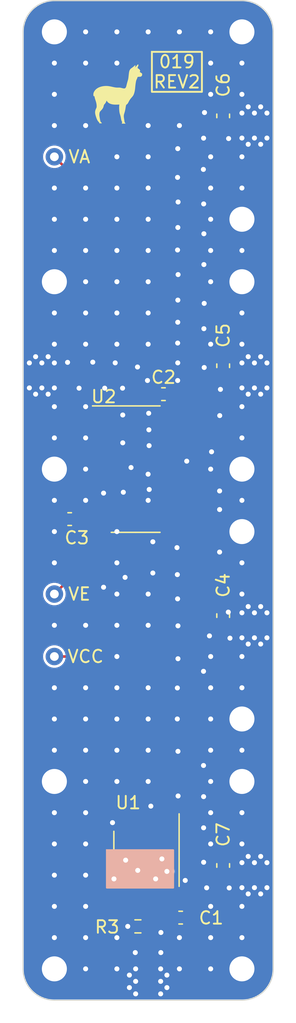
<source format=kicad_pcb>
(kicad_pcb (version 20221018) (generator pcbnew)
  (title_block (title "019-Tayloe Quadrature Product Detector") (date "2023-07-22") (rev "2") (company "Halidelabs") (comment 1 "contact@halidelabs.eu"))
  (layers (0 "F.Cu" signal) (31 "B.Cu" signal) (36 "B.SilkS" user "B.Silkscreen") (37 "F.SilkS" user "F.Silkscreen") (38 "B.Mask" user) (39 "F.Mask" user) (44 "Edge.Cuts" user))
  (net 0 "")
  (net 1 "GND")
  (net 2 "/VCC")
  (net 3 "/VA")
  (net 4 "/VE")
  (net 5 "/180")
  (net 8 "/270")
  (net 9 "/90")
  (net 10 "/0")
  (net 11 "/2xIF")
  (net 12 "/RF")
  (net 13 "/CLK2")
  (net 14 "/CLK1")
  (footprint "Capacitor_SMD:C_0603_1608Metric" (layer "F.Cu") (at 136.225 99 180)
    (fp_text reference "C3" (at -0.575 -1.5) (layer "F.SilkS"))
    (fp_text value "100n")
    (pad "1" smd roundrect (at -0.775 0 180) (size 0.9 0.95) (layers "F.Cu" "F.Paste" "F.Mask") (net 4 "/VE"))
    (pad "2" smd roundrect (at 0.775 0 180) (size 0.9 0.95) (layers "F.Cu" "F.Paste" "F.Mask") (net 1 "GND"))
  )
  (footprint "modular-rf-bench-footprints:M2-hole" (layer "F.Cu") (at 150 115)
    (fp_text reference "H12" hide)
    (fp_text value "M2" hide)
    (pad "1" thru_hole circle (at 0 0) (size 3.4 3.4) (drill 2) (layers "*.Cu" "*.Mask") (net 1 "GND"))
  )
  (footprint "Resistor_SMD:R_0603_1608Metric" (layer "F.Cu") (at 141.6818 131.6)
    (fp_text reference "R3" (at -2.4638 0.0508) (layer "F.SilkS"))
    (fp_text value "47R")
    (pad "1" smd roundrect (at -0.825 0) (size 0.8 0.95) (layers "F.Cu" "F.Paste" "F.Mask") (net 1 "GND"))
    (pad "2" smd roundrect (at 0.825 0) (size 0.8 0.95) (layers "F.Cu" "F.Paste" "F.Mask") (net 11 "/2xIF"))
  )
  (footprint "Capacitor_SMD:C_0603_1608Metric" (layer "F.Cu") (at 143.725 89 180)
    (fp_text reference "C2" (at 0 1.35) (layer "F.SilkS"))
    (fp_text value "100n")
    (pad "1" smd roundrect (at -0.775 0 180) (size 0.9 0.95) (layers "F.Cu" "F.Paste" "F.Mask") (net 3 "/VA"))
    (pad "2" smd roundrect (at 0.775 0 180) (size 0.9 0.95) (layers "F.Cu" "F.Paste" "F.Mask") (net 1 "GND"))
  )
  (footprint "modular-rf-bench-footprints:edge-connector" (layer "F.Cu") (at 152.5 87.5)
    (fp_text reference "J5")
    (fp_text value "CONN" hide)
    (pad "1" smd rect (at -1.5 0) (size 3 0.8) (layers "F.Cu") (net 8 "/270"))
    (pad "2" thru_hole circle (at -2.5 -1) (size 0.8 0.8) (drill 0.4) (layers "*.Cu") (net 1 "GND"))
    (pad "2" thru_hole circle (at -2.5 1) (size 0.8 0.8) (drill 0.4) (layers "*.Cu") (net 1 "GND"))
    (pad "2" thru_hole circle (at -2 -1.5) (size 0.8 0.8) (drill 0.4) (layers "*.Cu") (net 1 "GND"))
    (pad "2" thru_hole circle (at -2 1.5) (size 0.8 0.8) (drill 0.4) (layers "*.Cu") (net 1 "GND"))
    (pad "2" smd rect (at -1.5 -1.6) (size 3 2) (layers "F.Cu") (net 1 "GND"))
    (pad "2" thru_hole circle (at -1.5 -1) (size 0.8 0.8) (drill 0.4) (layers "*.Cu") (net 1 "GND"))
    (pad "2" smd rect (at -1.5 0) (size 3 5.2) (layers "B.Cu") (net 1 "GND"))
    (pad "2" thru_hole circle (at -1.5 1) (size 0.8 0.8) (drill 0.4) (layers "*.Cu") (net 1 "GND"))
    (pad "2" smd rect (at -1.5 1.6) (size 3 2) (layers "F.Cu") (net 1 "GND"))
    (pad "2" thru_hole circle (at -1 -1.5) (size 0.8 0.8) (drill 0.4) (layers "*.Cu") (net 1 "GND"))
    (pad "2" thru_hole circle (at -1 1.5) (size 0.8 0.8) (drill 0.4) (layers "*.Cu") (net 1 "GND"))
    (pad "2" thru_hole circle (at -0.5 -1) (size 0.8 0.8) (drill 0.4) (layers "*.Cu") (net 1 "GND"))
    (pad "2" thru_hole circle (at -0.5 1) (size 0.8 0.8) (drill 0.4) (layers "*.Cu") (net 1 "GND"))
  )
  (footprint "modular-rf-bench-footprints:M2-hole" (layer "F.Cu") (at 135 80)
    (fp_text reference "H7" hide)
    (fp_text value "M2" hide)
    (pad "1" thru_hole circle (at 0 0) (size 3.4 3.4) (drill 2) (layers "*.Cu" "*.Mask") (net 1 "GND"))
  )
  (footprint "modular-rf-bench-footprints:PWR_PIN" (layer "F.Cu") (at 135 110)
    (fp_text reference "J7" hide)
    (fp_text value "VCC" (at 2.5 0) (layer "F.SilkS"))
    (pad "1" thru_hole circle (at 0 0) (size 1.4 1.4) (drill 0.7) (layers "*.Cu" "*.Mask") (net 2 "/VCC"))
  )
  (footprint "modular-rf-bench-footprints:M2-hole" (layer "F.Cu") (at 135 60)
    (fp_text reference "H9" hide)
    (fp_text value "M2" hide)
    (pad "1" thru_hole circle (at 0 0) (size 3.4 3.4) (drill 2) (layers "*.Cu" "*.Mask") (net 1 "GND"))
  )
  (footprint "modular-rf-bench-footprints:edge-connector" (layer "F.Cu") (at 152.5 107.5)
    (fp_text reference "J3")
    (fp_text value "CONN" hide)
    (pad "1" smd rect (at -1.5 0) (size 3 0.8) (layers "F.Cu") (net 5 "/180"))
    (pad "2" thru_hole circle (at -2.5 -1) (size 0.8 0.8) (drill 0.4) (layers "*.Cu") (net 1 "GND"))
    (pad "2" thru_hole circle (at -2.5 1) (size 0.8 0.8) (drill 0.4) (layers "*.Cu") (net 1 "GND"))
    (pad "2" thru_hole circle (at -2 -1.5) (size 0.8 0.8) (drill 0.4) (layers "*.Cu") (net 1 "GND"))
    (pad "2" thru_hole circle (at -2 1.5) (size 0.8 0.8) (drill 0.4) (layers "*.Cu") (net 1 "GND"))
    (pad "2" smd rect (at -1.5 -1.6) (size 3 2) (layers "F.Cu") (net 1 "GND"))
    (pad "2" thru_hole circle (at -1.5 -1) (size 0.8 0.8) (drill 0.4) (layers "*.Cu") (net 1 "GND"))
    (pad "2" smd rect (at -1.5 0) (size 3 5.2) (layers "B.Cu") (net 1 "GND"))
    (pad "2" thru_hole circle (at -1.5 1) (size 0.8 0.8) (drill 0.4) (layers "*.Cu") (net 1 "GND"))
    (pad "2" smd rect (at -1.5 1.6) (size 3 2) (layers "F.Cu") (net 1 "GND"))
    (pad "2" thru_hole circle (at -1 -1.5) (size 0.8 0.8) (drill 0.4) (layers "*.Cu") (net 1 "GND"))
    (pad "2" thru_hole circle (at -1 1.5) (size 0.8 0.8) (drill 0.4) (layers "*.Cu") (net 1 "GND"))
    (pad "2" thru_hole circle (at -0.5 -1) (size 0.8 0.8) (drill 0.4) (layers "*.Cu") (net 1 "GND"))
    (pad "2" thru_hole circle (at -0.5 1) (size 0.8 0.8) (drill 0.4) (layers "*.Cu") (net 1 "GND"))
  )
  (footprint "modular-rf-bench-footprints:M2-hole" (layer "F.Cu") (at 135 120)
    (fp_text reference "H1" hide)
    (fp_text value "M2" hide)
    (pad "1" thru_hole circle (at 0 0) (size 3.4 3.4) (drill 2) (layers "*.Cu" "*.Mask") (net 1 "GND"))
  )
  (footprint "modular-rf-bench-footprints:M2-hole" (layer "F.Cu") (at 150 95)
    (fp_text reference "H5" hide)
    (fp_text value "M2" hide)
    (pad "1" thru_hole circle (at 0 0) (size 3.4 3.4) (drill 2) (layers "*.Cu" "*.Mask") (net 1 "GND"))
  )
  (footprint "modular-rf-bench-footprints:M2-hole" (layer "F.Cu") (at 135 135)
    (fp_text reference "H2" hide)
    (fp_text value "M2" hide)
    (pad "1" thru_hole circle (at 0 0) (size 3.4 3.4) (drill 2) (layers "*.Cu" "*.Mask") (net 1 "GND"))
  )
  (footprint "modular-rf-bench-footprints:PWR_PIN" (layer "F.Cu") (at 135 70)
    (fp_text reference "J8" hide)
    (fp_text value "VA" (at 2 0) (layer "F.SilkS"))
    (pad "1" thru_hole circle (at 0 0) (size 1.4 1.4) (drill 0.7) (layers "*.Cu" "*.Mask") (net 3 "/VA"))
  )
  (footprint "Capacitor_SMD:C_0603_1608Metric" (layer "F.Cu") (at 148.5 106.725 90)
    (fp_text reference "C4" (at 2.425 0 90) (layer "F.SilkS"))
    (fp_text value "C")
    (pad "1" smd roundrect (at -0.775 0 90) (size 0.9 0.95) (layers "F.Cu" "F.Paste" "F.Mask") (net 5 "/180"))
    (pad "2" smd roundrect (at 0.775 0 90) (size 0.9 0.95) (layers "F.Cu" "F.Paste" "F.Mask") (net 1 "GND"))
  )
  (footprint "modular-rf-bench-footprints:M2-hole" (layer "F.Cu") (at 150 120)
    (fp_text reference "H4" hide)
    (fp_text value "M2" hide)
    (pad "1" thru_hole circle (at 0 0) (size 3.4 3.4) (drill 2) (layers "*.Cu" "*.Mask") (net 1 "GND"))
  )
  (footprint "Package_SO:TSSOP-14_4.4x5mm_P0.65mm" (layer "F.Cu") (at 142.3676 126.193 -90)
    (fp_text reference "U1" (at -4.493 1.4676 180) (layer "F.SilkS"))
    (fp_text value "74LVX74MTCX")
    (pad "1" smd roundrect (at -2.8625 -1.95 270) (size 1.475 0.4) (layers "F.Cu" "F.Paste" "F.Mask") (net 2 "/VCC"))
    (pad "2" smd roundrect (at -2.8625 -1.3 270) (size 1.475 0.4) (layers "F.Cu" "F.Paste" "F.Mask") (net 13 "/CLK2"))
    (pad "3" smd roundrect (at -2.8625 -0.65 270) (size 1.475 0.4) (layers "F.Cu" "F.Paste" "F.Mask") (net 11 "/2xIF"))
    (pad "4" smd roundrect (at -2.8625 0 270) (size 1.475 0.4) (layers "F.Cu" "F.Paste" "F.Mask") (net 2 "/VCC"))
    (pad "5" smd roundrect (at -2.8625 0.65 270) (size 1.475 0.4) (layers "F.Cu" "F.Paste" "F.Mask") (net 14 "/CLK1"))
    (pad "6" smd roundrect (at -2.8625 1.3 270) (size 1.475 0.4) (layers "F.Cu" "F.Paste" "F.Mask"))
    (pad "7" smd roundrect (at -2.8625 1.95 270) (size 1.475 0.4) (layers "F.Cu" "F.Paste" "F.Mask") (net 1 "GND"))
    (pad "8" smd roundrect (at 2.8625 1.95 270) (size 1.475 0.4) (layers "F.Cu" "F.Paste" "F.Mask") (net 13 "/CLK2"))
    (pad "9" smd roundrect (at 2.8625 1.3 270) (size 1.475 0.4) (layers "F.Cu" "F.Paste" "F.Mask"))
    (pad "10" smd roundrect (at 2.8625 0.65 270) (size 1.475 0.4) (layers "F.Cu" "F.Paste" "F.Mask") (net 2 "/VCC"))
    (pad "11" smd roundrect (at 2.8625 0 270) (size 1.475 0.4) (layers "F.Cu" "F.Paste" "F.Mask") (net 11 "/2xIF"))
    (pad "12" smd roundrect (at 2.8625 -0.65 270) (size 1.475 0.4) (layers "F.Cu" "F.Paste" "F.Mask") (net 14 "/CLK1"))
    (pad "13" smd roundrect (at 2.8625 -1.3 270) (size 1.475 0.4) (layers "F.Cu" "F.Paste" "F.Mask") (net 2 "/VCC"))
    (pad "14" smd roundrect (at 2.8625 -1.95 270) (size 1.475 0.4) (layers "F.Cu" "F.Paste" "F.Mask") (net 2 "/VCC"))
  )
  (footprint "Package_SO:SO-16_3.9x9.9mm_P1.27mm" (layer "F.Cu") (at 141.5 95)
    (fp_text reference "U2" (at -2.55 -5.8) (layer "F.SilkS"))
    (fp_text value "CD74HCT4052M")
    (pad "1" smd roundrect (at -2.575 -4.445) (size 1.75 0.6) (layers "F.Cu" "F.Paste" "F.Mask"))
    (pad "2" smd roundrect (at -2.575 -3.175) (size 1.75 0.6) (layers "F.Cu" "F.Paste" "F.Mask"))
    (pad "3" smd roundrect (at -2.575 -1.905) (size 1.75 0.6) (layers "F.Cu" "F.Paste" "F.Mask"))
    (pad "4" smd roundrect (at -2.575 -0.635) (size 1.75 0.6) (layers "F.Cu" "F.Paste" "F.Mask"))
    (pad "5" smd roundrect (at -2.575 0.635) (size 1.75 0.6) (layers "F.Cu" "F.Paste" "F.Mask"))
    (pad "6" smd roundrect (at -2.575 1.905) (size 1.75 0.6) (layers "F.Cu" "F.Paste" "F.Mask") (net 1 "GND"))
    (pad "7" smd roundrect (at -2.575 3.175) (size 1.75 0.6) (layers "F.Cu" "F.Paste" "F.Mask") (net 4 "/VE"))
    (pad "8" smd roundrect (at -2.575 4.445) (size 1.75 0.6) (layers "F.Cu" "F.Paste" "F.Mask") (net 1 "GND"))
    (pad "9" smd roundrect (at 2.575 4.445) (size 1.75 0.6) (layers "F.Cu" "F.Paste" "F.Mask") (net 13 "/CLK2"))
    (pad "10" smd roundrect (at 2.575 3.175) (size 1.75 0.6) (layers "F.Cu" "F.Paste" "F.Mask") (net 14 "/CLK1"))
    (pad "11" smd roundrect (at 2.575 1.905) (size 1.75 0.6) (layers "F.Cu" "F.Paste" "F.Mask") (net 10 "/0"))
    (pad "12" smd roundrect (at 2.575 0.635) (size 1.75 0.6) (layers "F.Cu" "F.Paste" "F.Mask") (net 5 "/180"))
    (pad "13" smd roundrect (at 2.575 -0.635) (size 1.75 0.6) (layers "F.Cu" "F.Paste" "F.Mask") (net 12 "/RF"))
    (pad "14" smd roundrect (at 2.575 -1.905) (size 1.75 0.6) (layers "F.Cu" "F.Paste" "F.Mask") (net 8 "/270"))
    (pad "15" smd roundrect (at 2.575 -3.175) (size 1.75 0.6) (layers "F.Cu" "F.Paste" "F.Mask") (net 9 "/90"))
    (pad "16" smd roundrect (at 2.575 -4.445) (size 1.75 0.6) (layers "F.Cu" "F.Paste" "F.Mask") (net 3 "/VA"))
  )
  (footprint "modular-rf-bench-footprints:M2-hole" (layer "F.Cu") (at 150 75)
    (fp_text reference "H8" hide)
    (fp_text value "M2" hide)
    (pad "1" thru_hole circle (at 0 0) (size 3.4 3.4) (drill 2) (layers "*.Cu" "*.Mask") (net 1 "GND"))
  )
  (footprint "Capacitor_SMD:C_0603_1608Metric" (layer "F.Cu") (at 145.1 130.9)
    (fp_text reference "C1" (at 2.4384 0.0254) (layer "F.SilkS"))
    (fp_text value "100n")
    (pad "1" smd roundrect (at -0.775 0) (size 0.9 0.95) (layers "F.Cu" "F.Paste" "F.Mask") (net 2 "/VCC"))
    (pad "2" smd roundrect (at 0.775 0) (size 0.9 0.95) (layers "F.Cu" "F.Paste" "F.Mask") (net 1 "GND"))
  )
  (footprint "Capacitor_SMD:C_0603_1608Metric" (layer "F.Cu") (at 148.5 66.725 90)
    (fp_text reference "C6" (at 2.475 0 90) (layer "F.SilkS"))
    (fp_text value "C")
    (pad "1" smd roundrect (at -0.775 0 90) (size 0.9 0.95) (layers "F.Cu" "F.Paste" "F.Mask") (net 9 "/90"))
    (pad "2" smd roundrect (at 0.775 0 90) (size 0.9 0.95) (layers "F.Cu" "F.Paste" "F.Mask") (net 1 "GND"))
  )
  (footprint "modular-rf-bench-footprints:M2-hole" (layer "F.Cu") (at 150 80)
    (fp_text reference "H11" hide)
    (fp_text value "M2" hide)
    (pad "1" thru_hole circle (at 0 0) (size 3.4 3.4) (drill 2) (layers "*.Cu" "*.Mask") (net 1 "GND"))
  )
  (footprint "modular-rf-bench-footprints:edge-connector" (layer "F.Cu") (at 152.5 67.5)
    (fp_text reference "J4")
    (fp_text value "CONN" hide)
    (pad "1" smd rect (at -1.5 0) (size 3 0.8) (layers "F.Cu") (net 9 "/90"))
    (pad "2" thru_hole circle (at -2.5 -1) (size 0.8 0.8) (drill 0.4) (layers "*.Cu") (net 1 "GND"))
    (pad "2" thru_hole circle (at -2.5 1) (size 0.8 0.8) (drill 0.4) (layers "*.Cu") (net 1 "GND"))
    (pad "2" thru_hole circle (at -2 -1.5) (size 0.8 0.8) (drill 0.4) (layers "*.Cu") (net 1 "GND"))
    (pad "2" thru_hole circle (at -2 1.5) (size 0.8 0.8) (drill 0.4) (layers "*.Cu") (net 1 "GND"))
    (pad "2" smd rect (at -1.5 -1.6) (size 3 2) (layers "F.Cu") (net 1 "GND"))
    (pad "2" thru_hole circle (at -1.5 -1) (size 0.8 0.8) (drill 0.4) (layers "*.Cu") (net 1 "GND"))
    (pad "2" smd rect (at -1.5 0) (size 3 5.2) (layers "B.Cu") (net 1 "GND"))
    (pad "2" thru_hole circle (at -1.5 1) (size 0.8 0.8) (drill 0.4) (layers "*.Cu") (net 1 "GND"))
    (pad "2" smd rect (at -1.5 1.6) (size 3 2) (layers "F.Cu") (net 1 "GND"))
    (pad "2" thru_hole circle (at -1 -1.5) (size 0.8 0.8) (drill 0.4) (layers "*.Cu") (net 1 "GND"))
    (pad "2" thru_hole circle (at -1 1.5) (size 0.8 0.8) (drill 0.4) (layers "*.Cu") (net 1 "GND"))
    (pad "2" thru_hole circle (at -0.5 -1) (size 0.8 0.8) (drill 0.4) (layers "*.Cu") (net 1 "GND"))
    (pad "2" thru_hole circle (at -0.5 1) (size 0.8 0.8) (drill 0.4) (layers "*.Cu") (net 1 "GND"))
  )
  (footprint "modular-rf-bench-footprints:edge-connector" (layer "F.Cu") (at 152.5 127.5)
    (fp_text reference "J2")
    (fp_text value "CONN" hide)
    (pad "1" smd rect (at -1.5 0) (size 3 0.8) (layers "F.Cu") (net 10 "/0"))
    (pad "2" thru_hole circle (at -2.5 -1) (size 0.8 0.8) (drill 0.4) (layers "*.Cu") (net 1 "GND"))
    (pad "2" thru_hole circle (at -2.5 1) (size 0.8 0.8) (drill 0.4) (layers "*.Cu") (net 1 "GND"))
    (pad "2" thru_hole circle (at -2 -1.5) (size 0.8 0.8) (drill 0.4) (layers "*.Cu") (net 1 "GND"))
    (pad "2" thru_hole circle (at -2 1.5) (size 0.8 0.8) (drill 0.4) (layers "*.Cu") (net 1 "GND"))
    (pad "2" smd rect (at -1.5 -1.6) (size 3 2) (layers "F.Cu") (net 1 "GND"))
    (pad "2" thru_hole circle (at -1.5 -1) (size 0.8 0.8) (drill 0.4) (layers "*.Cu") (net 1 "GND"))
    (pad "2" smd rect (at -1.5 0) (size 3 5.2) (layers "B.Cu") (net 1 "GND"))
    (pad "2" thru_hole circle (at -1.5 1) (size 0.8 0.8) (drill 0.4) (layers "*.Cu") (net 1 "GND"))
    (pad "2" smd rect (at -1.5 1.6) (size 3 2) (layers "F.Cu") (net 1 "GND"))
    (pad "2" thru_hole circle (at -1 -1.5) (size 0.8 0.8) (drill 0.4) (layers "*.Cu") (net 1 "GND"))
    (pad "2" thru_hole circle (at -1 1.5) (size 0.8 0.8) (drill 0.4) (layers "*.Cu") (net 1 "GND"))
    (pad "2" thru_hole circle (at -0.5 -1) (size 0.8 0.8) (drill 0.4) (layers "*.Cu") (net 1 "GND"))
    (pad "2" thru_hole circle (at -0.5 1) (size 0.8 0.8) (drill 0.4) (layers "*.Cu") (net 1 "GND"))
  )
  (footprint "modular-rf-bench-footprints:M2-hole" (layer "F.Cu") (at 135 95)
    (fp_text reference "H6" hide)
    (fp_text value "M2" hide)
    (pad "1" thru_hole circle (at 0 0) (size 3.4 3.4) (drill 2) (layers "*.Cu" "*.Mask") (net 1 "GND"))
  )
  (footprint "modular-rf-bench-footprints:edge-connector" (layer "F.Cu") (at 132.5 87.5 180)
    (fp_text reference "J6")
    (fp_text value "CONN" hide)
    (pad "1" smd rect (at -1.5 0 180) (size 3 0.8) (layers "F.Cu") (net 12 "/RF"))
    (pad "2" thru_hole circle (at -2.5 -1 180) (size 0.8 0.8) (drill 0.4) (layers "*.Cu") (net 1 "GND"))
    (pad "2" thru_hole circle (at -2.5 1 180) (size 0.8 0.8) (drill 0.4) (layers "*.Cu") (net 1 "GND"))
    (pad "2" thru_hole circle (at -2 -1.5 180) (size 0.8 0.8) (drill 0.4) (layers "*.Cu") (net 1 "GND"))
    (pad "2" thru_hole circle (at -2 1.5 180) (size 0.8 0.8) (drill 0.4) (layers "*.Cu") (net 1 "GND"))
    (pad "2" smd rect (at -1.5 -1.6 180) (size 3 2) (layers "F.Cu") (net 1 "GND"))
    (pad "2" thru_hole circle (at -1.5 -1 180) (size 0.8 0.8) (drill 0.4) (layers "*.Cu") (net 1 "GND"))
    (pad "2" smd rect (at -1.5 0 180) (size 3 5.2) (layers "B.Cu") (net 1 "GND"))
    (pad "2" thru_hole circle (at -1.5 1 180) (size 0.8 0.8) (drill 0.4) (layers "*.Cu") (net 1 "GND"))
    (pad "2" smd rect (at -1.5 1.6 180) (size 3 2) (layers "F.Cu") (net 1 "GND"))
    (pad "2" thru_hole circle (at -1 -1.5 180) (size 0.8 0.8) (drill 0.4) (layers "*.Cu") (net 1 "GND"))
    (pad "2" thru_hole circle (at -1 1.5 180) (size 0.8 0.8) (drill 0.4) (layers "*.Cu") (net 1 "GND"))
    (pad "2" thru_hole circle (at -0.5 -1 180) (size 0.8 0.8) (drill 0.4) (layers "*.Cu") (net 1 "GND"))
    (pad "2" thru_hole circle (at -0.5 1 180) (size 0.8 0.8) (drill 0.4) (layers "*.Cu") (net 1 "GND"))
  )
  (footprint "modular-rf-bench-footprints:M2-hole" (layer "F.Cu") (at 150 135)
    (fp_text reference "H3" hide)
    (fp_text value "M2" hide)
    (pad "1" thru_hole circle (at 0 0) (size 3.4 3.4) (drill 2) (layers "*.Cu" "*.Mask") (net 1 "GND"))
  )
  (footprint "modular-rf-bench-footprints:M2-hole" (layer "F.Cu") (at 150 100)
    (fp_text reference "H13" hide)
    (fp_text value "M2" hide)
    (pad "1" thru_hole circle (at 0 0) (size 3.4 3.4) (drill 2) (layers "*.Cu" "*.Mask") (net 1 "GND"))
  )
  (footprint "Capacitor_SMD:C_0603_1608Metric" (layer "F.Cu") (at 148.5 86.725 90)
    (fp_text reference "C5" (at 2.425 0 90) (layer "F.SilkS"))
    (fp_text value "C")
    (pad "1" smd roundrect (at -0.775 0 90) (size 0.9 0.95) (layers "F.Cu" "F.Paste" "F.Mask") (net 8 "/270"))
    (pad "2" smd roundrect (at 0.775 0 90) (size 0.9 0.95) (layers "F.Cu" "F.Paste" "F.Mask") (net 1 "GND"))
  )
  (footprint "LOGO" (layer "F.Cu") (at 140 65)
    (fp_text reference "G***" hide)
    (fp_text value "LOGO" hide)
  )
  (footprint "modular-rf-bench-footprints:M2-hole" (layer "F.Cu") (at 150 60)
    (fp_text reference "H10" hide)
    (fp_text value "M2" hide)
    (pad "1" thru_hole circle (at 0 0) (size 3.4 3.4) (drill 2) (layers "*.Cu" "*.Mask") (net 1 "GND"))
  )
  (footprint "modular-rf-bench-footprints:PWR_PIN" (layer "F.Cu") (at 135 105)
    (fp_text reference "J9" hide)
    (fp_text value "VE" (at 2 0) (layer "F.SilkS"))
    (pad "1" thru_hole circle (at 0 0) (size 1.4 1.4) (drill 0.7) (layers "*.Cu" "*.Mask") (net 4 "/VE"))
  )
  (footprint "Capacitor_SMD:C_0603_1608Metric" (layer "F.Cu") (at 148.5 126.725 90)
    (fp_text reference "C7" (at 2.475 0 90) (layer "F.SilkS"))
    (fp_text value "C")
    (pad "1" smd roundrect (at -0.775 0 90) (size 0.9 0.95) (layers "F.Cu" "F.Paste" "F.Mask") (net 10 "/0"))
    (pad "2" smd roundrect (at 0.775 0 90) (size 0.9 0.95) (layers "F.Cu" "F.Paste" "F.Mask") (net 1 "GND"))
  )
  (footprint "modular-rf-bench-footprints:edge-connector" (layer "F.Cu") (at 142.5 137.5 -90)
    (fp_text reference "J1")
    (fp_text value "CONN" hide)
    (pad "1" smd rect (at -1.5 0 270) (size 3 0.8) (layers "F.Cu") (net 11 "/2xIF"))
    (pad "2" thru_hole circle (at -2.5 -1 270) (size 0.8 0.8) (drill 0.4) (layers "*.Cu") (net 1 "GND"))
    (pad "2" thru_hole circle (at -2.5 1 270) (size 0.8 0.8) (drill 0.4) (layers "*.Cu") (net 1 "GND"))
    (pad "2" thru_hole circle (at -2 -1.5 270) (size 0.8 0.8) (drill 0.4) (layers "*.Cu") (net 1 "GND"))
    (pad "2" thru_hole circle (at -2 1.5 270) (size 0.8 0.8) (drill 0.4) (layers "*.Cu") (net 1 "GND"))
    (pad "2" smd rect (at -1.5 -1.6 270) (size 3 2) (layers "F.Cu") (net 1 "GND"))
    (pad "2" thru_hole circle (at -1.5 -1 270) (size 0.8 0.8) (drill 0.4) (layers "*.Cu") (net 1 "GND"))
    (pad "2" smd rect (at -1.5 0 270) (size 3 5.2) (layers "B.Cu") (net 1 "GND"))
    (pad "2" thru_hole circle (at -1.5 1 270) (size 0.8 0.8) (drill 0.4) (layers "*.Cu") (net 1 "GND"))
    (pad "2" smd rect (at -1.5 1.6 270) (size 3 2) (layers "F.Cu") (net 1 "GND"))
    (pad "2" thru_hole circle (at -1 -1.5 270) (size 0.8 0.8) (drill 0.4) (layers "*.Cu") (net 1 "GND"))
    (pad "2" thru_hole circle (at -1 1.5 270) (size 0.8 0.8) (drill 0.4) (layers "*.Cu") (net 1 "GND"))
    (pad "2" thru_hole circle (at -0.5 -1 270) (size 0.8 0.8) (drill 0.4) (layers "*.Cu") (net 1 "GND"))
    (pad "2" thru_hole circle (at -0.5 1 270) (size 0.8 0.8) (drill 0.4) (layers "*.Cu") (net 1 "GND"))
  )
  (gr_rect (start 139.2 125.5) (end 144.5 128.5) (stroke (width 0.15)) (fill solid) (layer "B.SilkS"))
  (gr_rect (start 142.8 61.6) (end 146.8 64.8) (stroke (width 0.15)) (fill none) (layer "F.SilkS"))
  (gr_arc (start 132.5 60) (mid 133.232233 58.232233) (end 135 57.5) (stroke (width 0.1)) (layer "Edge.Cuts"))
  (gr_line (start 135 57.5) (end 150 57.5) (stroke (width 0.1)) (layer "Edge.Cuts"))
  (gr_arc (start 150 57.5) (mid 151.767767 58.232233) (end 152.5 60) (stroke (width 0.1)) (layer "Edge.Cuts"))
  (gr_line (start 132.5 135) (end 132.5 60) (stroke (width 0.1)) (layer "Edge.Cuts"))
  (gr_arc (start 135 137.5) (mid 133.232233 136.767767) (end 132.5 135) (stroke (width 0.1)) (layer "Edge.Cuts"))
  (gr_line (start 152.5 60) (end 152.5 135) (stroke (width 0.1)) (layer "Edge.Cuts"))
  (gr_arc (start 152.5 135) (mid 151.767767 136.767767) (end 150 137.5) (stroke (width 0.1)) (layer "Edge.Cuts"))
  (gr_line (start 150 137.5) (end 135 137.5) (stroke (width 0.1)) (layer "Edge.Cuts"))
  (gr_text "019\nREV2" (at 144.8 63.2) (layer "F.SilkS") (effects (font (size 1 1))))
  (via (at 147.5 122.5) (size 0.8) (drill 0.4) (layers "F.Cu" "B.Cu") (net 1))
  (via (at 146.958015 78.6264) (size 0.8) (drill 0.4) (layers "F.Cu" "B.Cu") (net 1))
  (via (at 147.5 117.5) (size 0.8) (drill 0.4) (layers "F.Cu" "B.Cu") (net 1))
  (via (at 144.835549 112.515738) (size 0.8) (drill 0.4) (layers "F.Cu" "B.Cu") (net 1))
  (via (at 140 115) (size 0.8) (drill 0.4) (layers "F.Cu" "B.Cu") (net 1))
  (via (at 135 92.5) (size 0.8) (drill 0.4) (layers "F.Cu" "B.Cu") (net 1))
  (via (at 142.5 77.5) (size 0.8) (drill 0.4) (layers "F.Cu" "B.Cu") (net 1))
  (via (at 142.446717 87.906899) (size 0.8) (drill 0.4) (layers "F.Cu" "B.Cu") (net 1))
  (via (at 145.465655 127.921964) (size 0.8) (drill 0.4) (layers "F.Cu" "B.Cu") (net 1))
  (via (at 145 132.5) (size 0.8) (drill 0.4) (layers "F.Cu" "B.Cu") (net 1))
  (via (at 137.5 75) (size 0.8) (drill 0.4) (layers "F.Cu" "B.Cu") (net 1))
  (via (at 144.884593 107.543198) (size 0.8) (drill 0.4) (layers "F.Cu" "B.Cu") (net 1))
  (via (at 137.5 60) (size 0.8) (drill 0.4) (layers "F.Cu" "B.Cu") (net 1))
  (via (at 148.225052 90.715364) (size 0.8) (drill 0.4) (layers "F.Cu" "B.Cu") (net 1))
  (via (at 144.859737 87.906899) (size 0.8) (drill 0.4) (layers "F.Cu" "B.Cu") (net 1))
  (via (at 142.5 70) (size 0.8) (drill 0.4) (layers "F.Cu" "B.Cu") (net 1))
  (via (at 146.917664 71.011275) (size 0.8) (drill 0.4) (layers "F.Cu" "B.Cu") (net 1))
  (via (at 137.5 67.5) (size 0.8) (drill 0.4) (layers "F.Cu" "B.Cu") (net 1))
  (via (at 146.927994 118.72182) (size 0.8) (drill 0.4) (layers "F.Cu" "B.Cu") (net 1))
  (via (at 135 122.5) (size 0.8) (drill 0.4) (layers "F.Cu" "B.Cu") (net 1))
  (via (at 147.403334 108.347538) (size 0.8) (drill 0.4) (layers "F.Cu" "B.Cu") (net 1))
  (via (at 147.5 110) (size 0.8) (drill 0.4) (layers "F.Cu" "B.Cu") (net 1))
  (via (at 135 132.5) (size 0.8) (drill 0.4) (layers "F.Cu" "B.Cu") (net 1))
  (via (at 147.5 95) (size 0.8) (drill 0.4) (layers "F.Cu" "B.Cu") (net 1))
  (via (at 137.5 132.5) (size 0.8) (drill 0.4) (layers "F.Cu" "B.Cu") (net 1))
  (via (at 137.5 80) (size 0.8) (drill 0.4) (layers "F.Cu" "B.Cu") (net 1))
  (via (at 147.179787 128.51271) (size 0.8) (drill 0.4) (layers "F.Cu" "B.Cu") (net 1))
  (via (at 142.583912 96.630895) (size 0.8) (drill 0.4) (layers "F.Cu" "B.Cu") (net 1))
  (via (at 137.5 82.5) (size 0.8) (drill 0.4) (layers "F.Cu" "B.Cu") (net 1))
  (via (at 147.5 72.5) (size 0.8) (drill 0.4) (layers "F.Cu" "B.Cu") (net 1))
  (via (at 140 70) (size 0.8) (drill 0.4) (layers "F.Cu" "B.Cu") (net 1))
  (via (at 137.5 107.5) (size 0.8) (drill 0.4) (layers "F.Cu" "B.Cu") (net 1))
  (via (at 140.469493 90.666942) (size 0.8) (drill 0.4) (layers "F.Cu" "B.Cu") (net 1))
  (via (at 140 85) (size 0.8) (drill 0.4) (layers "F.Cu" "B.Cu") (net 1))
  (via (at 150 105) (size 0.8) (drill 0.4) (layers "F.Cu" "B.Cu") (net 1))
  (via (at 140 105) (size 0.8) (drill 0.4) (layers "F.Cu" "B.Cu") (net 1))
  (via (at 142.5 85) (size 0.8) (drill 0.4) (layers "F.Cu" "B.Cu") (net 1))
  (via (at 148.214722 96.748398) (size 0.8) (drill 0.4) (layers "F.Cu" "B.Cu") (net 1))
  (via (at 140 110) (size 0.8) (drill 0.4) (layers "F.Cu" "B.Cu") (net 1))
  (via (at 150 125) (size 0.8) (drill 0.4) (layers "F.Cu" "B.Cu") (net 1))
  (via (at 142.5 107.5) (size 0.8) (drill 0.4) (layers "F.Cu" "B.Cu") (net 1))
  (via (at 146.958015 83.758764) (size 0.8) (drill 0.4) (layers "F.Cu" "B.Cu") (net 1))
  (via (at 138.072613 86.438104) (size 0.8) (drill 0.4) (layers "F.Cu" "B.Cu") (net 1))
  (via (at 147.571358 93.612602) (size 0.8) (drill 0.4) (layers "F.Cu" "B.Cu") (net 1))
  (via (at 146.933804 68.509481) (size 0.8) (drill 0.4) (layers "F.Cu" "B.Cu") (net 1))
  (via (at 142.495138 95.404209) (size 0.8) (drill 0.4) (layers "F.Cu" "B.Cu") (net 1))
  (via (at 136.975052 88.520242) (size 0.8) (drill 0.4) (layers "F.Cu" "B.Cu") (net 1))
  (via (at 147.5 65) (size 0.8) (drill 0.4) (layers "F.Cu" "B.Cu") (net 1))
  (via (at 135 100) (size 0.8) (drill 0.4) (layers "F.Cu" "B.Cu") (net 1))
  (via (at 144.85554 105.383585) (size 0.8) (drill 0.4) (layers "F.Cu" "B.Cu") (net 1))
  (via (at 137.5 97.5) (size 0.8) (drill 0.4) (layers "F.Cu" "B.Cu") (net 1))
  (via (at 150 130) (size 0.8) (drill 0.4) (layers "F.Cu" "B.Cu") (net 1))
  (via (at 146.937678 126.46931) (size 0.8) (drill 0.4) (layers "F.Cu" "B.Cu") (net 1))
  (via (at 146.958015 76.160127) (size 0.8) (drill 0.4) (layers "F.Cu" "B.Cu") (net 1))
  (via (at 140.453352 88.520242) (size 0.8) (drill 0.4) (layers "F.Cu" "B.Cu") (net 1))
  (via (at 140 102.5) (size 0.8) (drill 0.4) (layers "F.Cu" "B.Cu") (net 1))
  (via (at 140 77.5) (size 0.8) (drill 0.4) (layers "F.Cu" "B.Cu") (net 1))
  (via (at 140 60) (size 0.8) (drill 0.4) (layers "F.Cu" "B.Cu") (net 1))
  (via (at 147.5 85) (size 0.8) (drill 0.4) (layers "F.Cu" "B.Cu") (net 1))
  (via (at 150 132.5) (size 0.8) (drill 0.4) (layers "F.Cu" "B.Cu") (net 1))
  (via (at 137.5 62.5) (size 0.8) (drill 0.4) (layers "F.Cu" "B.Cu") (net 1))
  (via (at 144.867807 69.348793) (size 0.8) (drill 0.4) (layers "F.Cu" "B.Cu") (net 1))
  (via (at 140 100) (size 0.8) (drill 0.4) (layers "F.Cu" "B.Cu") (net 1))
  (via (at 137.5 122.5) (size 0.8) (drill 0.4) (layers "F.Cu" "B.Cu") (net 1))
  (via (at 147.5 132.5) (size 0.8) (drill 0.4) (layers "F.Cu" "B.Cu") (net 1))
  (via (at 140 75) (size 0.8) (drill 0.4) (layers "F.Cu" "B.Cu") (net 1))
  (via (at 144.893613 73.617227) (size 0.8) (drill 0.4) (layers "F.Cu" "B.Cu") (net 1))
  (via (at 150 77.5) (size 0.8) (drill 0.4) (layers "F.Cu" "B.Cu") (net 1))
  (via (at 147.5 130) (size 0.8) (drill 0.4) (layers "F.Cu" "B.Cu") (net 1))
  (via (at 147.5 120) (size 0.8) (drill 0.4) (layers "F.Cu" "B.Cu") (net 1))
  (via (at 144.884593 110.177344) (size 0.8) (drill 0.4) (layers "F.Cu" "B.Cu") (net 1))
  (via (at 137.5 127.5) (size 0.8) (drill 0.4) (layers "F.Cu" "B.Cu") (net 1))
  (via (at 150 90) (size 0.8) (drill 0.4) (layers "F.Cu" "B.Cu") (net 1))
  (via (at 142.5 82.5) (size 0.8) (drill 0.4) (layers "F.Cu" "B.Cu") (net 1))
  (via (at 150 62.5) (size 0.8) (drill 0.4) (layers "F.Cu" "B.Cu") (net 1))
  (via (at 150 112.5) (size 0.8) (drill 0.4) (layers "F.Cu" "B.Cu") (net 1))
  (via (at 137.5 92.5) (size 0.8) (drill 0.4) (layers "F.Cu" "B.Cu") (net 1))
  (via (at 135 90) (size 0.8) (drill 0.4) (layers "F.Cu" "B.Cu") (net 1))
  (via (at 146.934966 123.709034) (size 0.8) (drill 0.4) (layers "F.Cu" "B.Cu") (net 1))
  (via (at 142.5 67.5) (size 0.8) (drill 0.4) (layers "F.Cu" "B.Cu") (net 1))
  (via (at 142.54356 90.529747) (size 0.8) (drill 0.4) (layers "F.Cu" "B.Cu") (net 1))
  (via (at 147.5 77.5) (size 0.8) (drill 0.4) (layers "F.Cu" "B.Cu") (net 1))
  (via (at 147.006437 66.459625) (size 0.8) (drill 0.4) (layers "F.Cu" "B.Cu") (net 1))
  (via (at 135 82.5) (size 0.8) (drill 0.4) (layers "F.Cu" "B.Cu") (net 1))
  (via (at 135 62.5) (size 0.8) (drill 0.4) (layers "F.Cu" "B.Cu") (net 1))
  (via (at 142.5 115) (size 0.8) (drill 0.4) (layers "F.Cu" "B.Cu") (net 1))
  (via (at 142.5 60) (size 0.8) (drill 0.4) (layers "F.Cu" "B.Cu") (net 1))
  (via (at 140.869 131.6) (size 0.8) (drill 0.4) (layers "F.Cu" "B.Cu") (net 1))
  (via (at 140 112.5) (size 0.8) (drill 0.4) (layers "F.Cu" "B.Cu") (net 1))
  (via (at 144.831102 114.99766) (size 0.8) (drill 0.4) (layers "F.Cu" "B.Cu") (net 1))
  (via (at 147.5 80) (size 0.8) (drill 0.4) (layers "F.Cu" "B.Cu") (net 1))
  (via (at 148.935239 68.541763) (size 0.8) (drill 0.4) (layers "F.Cu" "B.Cu") (net 1))
  (via (at 141.131258 94.871569) (size 0.8) (drill 0.4) (layers "F.Cu" "B.Cu") (net 1))
  (via (at 140 132.5) (size 0.8) (drill 0.4) (layers "F.Cu" "B.Cu") (net 1))
  (via (at 150 70) (size 0.8) (drill 0.4) (layers "F.Cu" "B.Cu") (net 1))
  (via (at 137.5 95) (size 0.8) (drill 0.4) (layers "F.Cu" "B.Cu") (net 1))
  (via (at 144.875877 75.659768) (size 0.8) (drill 0.4) (layers "F.Cu" "B.Cu") (net 1))
  (via (at 135 75) (size 0.8) (drill 0.4) (layers "F.Cu" "B.Cu") (net 1))
  (via (at 143.521327 132.089671) (size 0.8) (drill 0.4) (layers "F.Cu" "B.Cu") (net 1))
  (via (at 144.860144 84.909428) (size 0.8) (drill 0.4) (layers "F.Cu" "B.Cu") (net 1))
  (via (at 135 102.5) (size 0.8) (drill 0.4) (layers "F.Cu" "B.Cu") (net 1))
  (via (at 142.559701 91.853276) (size 0.8) (drill 0.4) (layers "F.Cu" "B.Cu") (net 1))
  (via (at 147.5 135) (size 0.8) (drill 0.4) (layers "F.Cu" "B.Cu") (net 1))
  (via (at 141.647757 86.825479) (size 0.8) (drill 0.4) (layers "F.Cu" "B.Cu") (net 1))
  (via (at 135 125) (size 0.8) (drill 0.4) (layers "F.Cu" "B.Cu") (net 1))
  (via (at 137.5 90) (size 0.8) (drill 0.4) (layers "F.Cu" "B.Cu") (net 1))
  (via (at 142.5 112.5) (size 0.8) (drill 0.4) (layers "F.Cu" "B.Cu") (net 1))
  (via (at 142.575842 93.120314) (size 0.8) (drill 0.4) (layers "F.Cu" "B.Cu") (net 1))
  (via (at 140 82.5) (size 0.8) (drill 0.4) (layers "F.Cu" "B.Cu") (net 1))
  (via (at 139.6498 123.2974) (size 0.8) (drill 0.4) (layers "F.Cu" "B.Cu") (net 1))
  (via (at 135 77.5) (size 0.8) (drill 0.4) (layers "F.Cu" "B.Cu") (net 1))
  (via (at 147.5 125) (size 0.8) (drill 0.4) (layers "F.Cu" "B.Cu") (net 1))
  (via (at 147.5 60) (size 0.8) (drill 0.4) (layers "F.Cu" "B.Cu") (net 1))
  (via (at 135 117.5) (size 0.8) (drill 0.4) (layers "F.Cu" "B.Cu") (net 1))
  (via (at 144.875877 81.4712) (size 0.8) (drill 0.4) (layers "F.Cu" "B.Cu") (net 1))
  (via (at 140 117.5) (size 0.8) (drill 0.4) (layers "F.Cu" "B.Cu") (net 1))
  (via (at 148.214722 101.6388) (size 0.8) (drill 0.4) (layers "F.Cu" "B.Cu") (net 1))
  (via (at 150 82.5) (size 0.8) (drill 0.4) (layers "F.Cu" "B.Cu") (net 1))
  (via (at 147.5 62.5) (size 0.8) (drill 0.4) (layers "F.Cu" "B.Cu") (net 1))
  (via (at 142.8756 103.3152) (size 0.8) (drill 0.4) (layers "F.Cu" "B.Cu") (net 1))
  (via (at 142.5 105) (size 0.8) (drill 0.4) (layers "F.Cu" "B.Cu") (net 1))
  (via (at 135 107.5) (size 0.8) (drill 0.4) (layers "F.Cu" "B.Cu") (net 1))
  (via (at 135 72.5) (size 0.8) (drill 0.4) (layers "F.Cu" "B.Cu") (net 1))
  (via (at 137.5 77.5) (size 0.8) (drill 0.4) (layers "F.Cu" "B.Cu") (net 1))
  (via (at 140 80) (size 0.8) (drill 0.4) (layers "F.Cu" "B.Cu") (net 1))
  (via (at 142.5 72.5) (size 0.8) (drill 0.4) (layers "F.Cu" "B.Cu") (net 1))
  (via (at 144.851666 71.648829) (size 0.8) (drill 0.4) (layers "F.Cu" "B.Cu") (net 1))
  (via (at 140.469493 92.894345) (size 0.8) (drill 0.4) (layers "F.Cu" "B.Cu") (net 1))
  (via (at 135 127.5) (size 0.8) (drill 0.4) (layers "F.Cu" "B.Cu") (net 1))
  (via (at 141.470125 133.697006) (size 0.8) (drill 0.4) (layers "F.Cu" "B.Cu") (net 1))
  (via (at 140.654213 103.663751) (size 0.8) (drill 0.4) (layers "F.Cu" "B.Cu") (net 1))
  (via (at 150 110) (size 0.8) (drill 0.4) (layers "F.Cu" "B.Cu") (net 1))
  (via (at 138.93427 96.920566) (size 0.8) (drill 0.4) (layers "F.Cu" "B.Cu") (net 1))
  (via (at 150 72.5) (size 0.8) (drill 0.4) (layers "F.Cu" "B.Cu") (net 1))
  (via (at 138.93427 104.453995) (size 0.8) (drill 0.4) (layers "F.Cu" "B.Cu") (net 1))
  (via (at 144.894278 121.16228) (size 0.8) (drill 0.4) (layers "F.Cu" "B.Cu") (net 1))
  (via (at 140 135) (size 0.8) (drill 0.4) (layers "F.Cu" "B.Cu") (net 1))
  (via (at 150 65) (size 0.8) (drill 0.4) (layers "F.Cu" "B.Cu") (net 1))
  (via (at 144.835053 103.442813) (size 0.8) (drill 0.4) (layers "F.Cu" "B.Cu") (net 1))
  (via (at 135 112.5) (size 0.8) (drill 0.4) (layers "F.Cu" "B.Cu") (net 1))
  (via (at 143.514602 133.697006) (size 0.8) (drill 0.4) (layers "F.Cu" "B.Cu") (net 1))
  (via (at 144.867807 83.242265) (size 0.8) (drill 0.4) (layers "F.Cu" "B.Cu") (net 1))
  (via (at 137.5 112.5) (size 0.8) (drill 0.4) (layers "F.Cu" "B.Cu") (net 1))
  (via (at 150 85) (size 0.8) (drill 0.4) (layers "F.Cu" "B.Cu") (net 1))
  (via (at 135 85) (size 0.8) (drill 0.4) (layers "F.Cu" "B.Cu") (net 1))
  (via (at 145 67.5) (size 0.8) (drill 0.4) (layers "F.Cu" "B.Cu") (net 1))
  (via (at 137.5 117.5) (size 0.8) (drill 0.4) (layers "F.Cu" "B.Cu") (net 1))
  (via (at 142.5 80) (size 0.8) (drill 0.4) (layers "F.Cu" "B.Cu") (net 1))
  (via (at 137.5 120) (size 0.8) (drill 0.4) (layers "F.Cu" "B.Cu") (net 1))
  (via (at 135 67.5) (size 0.8) (drill 0.4) (layers "F.Cu" "B.Cu") (net 1))
  (via (at 144.806 101.2832) (size 0.8) (drill 0.4) (layers "F.Cu" "B.Cu") (net 1))
  (via (at 148.281545 88.617086) (size 0.8) (drill 0.4) (layers "F.Cu" "B.Cu") (net 1))
  (via (at 149.044296 108.529119) (size 0.8) (drill 0.4) (layers "F.Cu" "B.Cu") (net 1))
  (via (at 145.586064 94.36314) (size 0.8) (drill 0.4) (layers "F.Cu" "B.Cu") (net 1))
  (via (at 150 117.5) (size 0.8) (drill 0.4) (layers "F.Cu" "B.Cu") (net 1))
  (via (at 145 135) (size 0.8) (drill 0.4) (layers "F.Cu" "B.Cu") (net 1))
  (via (at 137.5 125) (size 0.8) (drill 0.4) (layers "F.Cu" "B.Cu") (net 1))
  (via (at 140 62.5) (size 0.8) (drill 0.4) (layers "F.Cu" "B.Cu") (net 1))
  (via (at 137.5 72.5) (size 0.8) (drill 0.4) (layers "F.Cu" "B.Cu") (net 1))
  (via (at 150 97.5) (size 0.8) (drill 0.4) (layers "F.Cu" "B.Cu") (net 1))
  (via (at 147.5 75) (size 0.8) (drill 0.4) (layers "F.Cu" "B.Cu") (net 1))
  (via (at 139.86422 86.494596) (size 0.8) (drill 0.4) (layers "F.Cu" "B.Cu") (net 1))
  (via (at 137.5 115) (size 0.8) (drill 0.4) (layers "F.Cu" "B.Cu") (net 1))
  (via (at 135 65) (size 0.8) (drill 0.4) (layers "F.Cu" "B.Cu") (net 1))
  (via (at 144.867807 86.494596) (size 0.8) (drill 0.4) (layers "F.Cu" "B.Cu") (net 1))
  (via (at 142.715296 121.975766) (size 0.8) (drill 0.4) (layers "F.Cu" "B.Cu") (net 1))
  (via (at 137.5 135) (size 0.8) (drill 0.4) (layers "F.Cu" "B.Cu") (net 1))
  (via (at 144.851666 77.460261) (size 0.8) (drill 0.4) (layers "F.Cu" "B.Cu") (net 1))
  (via (at 142.5 120) (size 0.8) (drill 0.4) (layers "F.Cu" "B.Cu") (net 1))
  (via (at 148.909791 106.444292) (size 0.8) (drill 0.4) (layers "F.Cu" "B.Cu") (net 1))
  (via (at 140 72.5) (size 0.8) (drill 0.4) (layers "F.Cu" "B.Cu") (net 1))
  (via (at 146.927994 111.184518) (size 0.8) (drill 0.4) (layers "F.Cu" "B.Cu") (net 1))
  (via (at 139.024909 88.520242) (size 0.8) (drill 0.4) (layers "F.Cu" "B.Cu") (net 1))
  (via (at 146.982226 86.86583) (size 0.8) (drill 0.4) (layers "F.Cu" "B.Cu") (net 1))
  (via (at 140 107.5) (size 0.8) (drill 0.4) (layers "F.Cu" "B.Cu") (net 1))
  (via (at 147.5 112.5) (size 0.8) (drill 0.4) (layers "F.Cu" "B.Cu") (net 1))
  (via (at 150 92.5) (size 0.8) (drill 0.4) (layers "F.Cu" "B.Cu") (net 1))
  (via (at 147.5 70) (size 0.8) (drill 0.4) (layers "F.Cu" "B.Cu") (net 1))
  (via (at 147.5 115) (size 0.8) (drill 0.4) (layers "F.Cu" "B.Cu") (net 1))
  (via (at 150 122.5) (size 0.8) (drill 0.4) (layers "F.Cu" "B.Cu") (net 1))
  (via (at 135 115) (size 0.8) (drill 0.4) (layers "F.Cu" "B.Cu") (net 1))
  (via (at 142.5 97.5) (size 0.8) (drill 0.4) (layers "F.Cu" "B.Cu") (net 1))
  (via (at 145 60) (size 0.8) (drill 0.4) (layers "F.Cu" "B.Cu") (net 1))
  (via (at 137.5 85) (size 0.8) (drill 0.4) (layers "F.Cu" "B.Cu") (net 1))
  (via (at 142.5 75) (size 0.8) (drill 0.4) (layers "F.Cu" "B.Cu") (net 1))
  (via (at 146.941875 73.771318) (size 0.8) (drill 0.4) (layers "F.Cu" "B.Cu") (net 1))
  (via (at 144.893613 79.428659) (size 0.8) (drill 0.4) (layers "F.Cu" "B.Cu") (net 1))
  (via (at 146.934966 121.215582) (size 0.8) (drill 0.4) (layers "F.Cu" "B.Cu") (net 1))
  (via (at 148.214722 98.2352) (size 0.8) (drill 0.4) (layers "F.Cu" "B.Cu") (net 1))
  (via (at 137.5 130) (size 0.8) (drill 0.4) (layers "F.Cu" "B.Cu") (net 1))
  (via (at 135 97.5) (size 0.8) (drill 0.4) (layers "F.Cu" "B.Cu") (net 1))
  (via (at 136.055038 86.454245) (size 0.8) (drill 0.4) (layers "F.Cu" "B.Cu") (net 1))
  (via (at 150 102.5) (size 0.8) (drill 0.4) (layers "F.Cu" "B.Cu") (net 1))
  (via (at 146.982226 81.733466) (size 0.8) (drill 0.4) (layers "F.Cu" "B.Cu") (net 1))
  (via (at 148.981078 128.522394) (size 0.8) (drill 0.4) (layers "F.Cu" "B.Cu") (net 1))
  (via (at 140 120) (size 0.8) (drill 0.4) (layers "F.Cu" "B.Cu") (net 1))
  (via (at 142.8756 100.8152) (size 0.8) (drill 0.4) (layers "F.Cu" "B.Cu") (net 1))
  (via (at 144.884593 117.58875) (size 0.8) (drill 0.4) (layers "F.Cu" "B.Cu") (net 1))
  (via (at 135 130) (size 0.8) (drill 0.4) (layers "F.Cu" "B.Cu") (net 1))
  (via (at 140.514758 96.850839) (size 0.8) (drill 0.4) (layers "F.Cu" "B.Cu") (net 1))
  (via (at 142.5 117.5) (size 0.8) (drill 0.4) (layers "F.Cu" "B.Cu") (net 1))
  (segment (start 141.7176 127.0681) (end 141.6681 127.1176) (width 0.2) (layer "F.Cu") (net 2))
  (segment (start 143.6676 129.0555) (end 144.3176 129.0555) (width 0.2) (layer "F.Cu") (net 2))
  (segment (start 141.7176 126.0048) (end 142.3676 125.3548) (width 0.2) (layer "F.Cu") (net 2))
  (segment (start 144.3176 123.3305) (end 144.3176 127.9176) (width 0.2) (layer "F.Cu") (net 2))
  (segment (start 138.6 129.2) (end 139.7 130.3) (width 0.2) (layer "F.Cu") (net 2))
  (segment (start 141.7176 130.0824) (end 141.7176 129.0555) (width 0.2) (layer "F.Cu") (net 2))
  (segment (start 144.325 129.0629) (end 144.3176 129.0555) (width 0.2) (layer "F.Cu") (net 2))
  (segment (start 141.7176 127.0176) (end 141.7176 126.0048) (width 0.2) (layer "F.Cu") (net 2))
  (segment (start 141.7176 129.0555) (end 141.7176 127.0176) (width 0.2) (layer "F.Cu") (net 2))
  (segment (start 139.7 130.3) (end 141.5 130.3) (width 0.2) (layer "F.Cu") (net 2))
  (segment (start 144 127.2) (end 144.3176 127.5176) (width 0.2) (layer "F.Cu") (net 2))
  (segment (start 144.3176 127.5176) (end 144.3176 127.9176) (width 0.2) (layer "F.Cu") (net 2))
  (segment (start 141.5 130.3) (end 141.7176 130.0824) (width 0.2) (layer "F.Cu") (net 2))
  (segment (start 138.6 112.610051) (end 138.6 129.2) (width 0.2) (layer "F.Cu") (net 2))
  (segment (start 135 110) (end 135.989949 110) (width 0.2) (layer "F.Cu") (net 2))
  (segment (start 142.3676 125.3548) (end 142.3676 123.3305) (width 0.2) (layer "F.Cu") (net 2))
  (segment (start 144.3477 129.0254) (end 144.3176 129.0555) (width 0.2) (layer "F.Cu") (net 2))
  (segment (start 135.989949 110) (end 138.6 112.610051) (width 0.2) (layer "F.Cu") (net 2))
  (segment (start 144.3176 127.9176) (end 144.3176 129.0555) (width 0.2) (layer "F.Cu") (net 2))
  (segment (start 141.7176 127.0176) (end 141.7176 127.0681) (width 0.2) (layer "F.Cu") (net 2))
  (segment (start 144.325 130.9) (end 144.325 129.0629) (width 0.2) (layer "F.Cu") (net 2))
  (via (at 141.6681 127.1176) (size 0.8) (drill 0.4) (layers "F.Cu" "B.Cu") (net 2))
  (via (at 144 127.2) (size 0.8) (drill 0.4) (layers "F.Cu" "B.Cu") (net 2))
  (segment (start 143.9176 127.1176) (end 144 127.2) (width 0.2) (layer "B.Cu") (net 2))
  (segment (start 141.6681 127.1176) (end 143.9176 127.1176) (width 0.2) (layer "B.Cu") (net 2))
  (segment (start 144.075 90.555) (end 144.075 89.425) (width 0.2) (layer "F.Cu") (net 3))
  (segment (start 142.5 71.5) (end 143.5 72.5) (width 0.2) (layer "F.Cu") (net 3))
  (segment (start 143.5 88) (end 144.5 89) (width 0.2) (layer "F.Cu") (net 3))
  (segment (start 143.5 72.5) (end 143.5 88) (width 0.2) (layer "F.Cu") (net 3))
  (segment (start 144.075 89.425) (end 144.5 89) (width 0.2) (layer "F.Cu") (net 3))
  (segment (start 136.5 71.5) (end 142.5 71.5) (width 0.2) (layer "F.Cu") (net 3))
  (segment (start 135 70) (end 136.5 71.5) (width 0.2) (layer "F.Cu") (net 3))
  (segment (start 137.825 98.175) (end 138.925 98.175) (width 0.2) (layer "F.Cu") (net 4))
  (segment (start 137 103) (end 137 99) (width 0.2) (layer "F.Cu") (net 4))
  (segment (start 137 99) (end 137.825 98.175) (width 0.2) (layer "F.Cu") (net 4))
  (segment (start 135 105) (end 137 103) (width 0.2) (layer "F.Cu") (net 4))
  (segment (start 144.075 95.635) (end 146.2 95.635) (width 0.8) (layer "F.Cu") (net 5))
  (segment (start 148.2 107.5) (end 148.5 107.5) (width 0.8) (layer "F.Cu") (net 5))
  (segment (start 148.5 107.5) (end 151 107.5) (width 0.8) (layer "F.Cu") (net 5))
  (segment (start 147.2 96.635) (end 147.2 106.5) (width 0.8) (layer "F.Cu") (net 5))
  (arc (start 147.2 106.5) (mid 147.492893 107.207107) (end 148.2 107.5) (width 0.8) (layer "F.Cu") (net 5))
  (arc (start 146.2 95.635) (mid 146.907107 95.927893) (end 147.2 96.635) (width 0.8) (layer "F.Cu") (net 5))
  (segment (start 148.5 87.5) (end 151 87.5) (width 0.8) (layer "F.Cu") (net 8))
  (segment (start 144.075 93.095) (end 146.2 93.095) (width 0.8) (layer "F.Cu") (net 8))
  (segment (start 147.2 92.095) (end 147.2 88.5) (width 0.8) (layer "F.Cu") (net 8))
  (segment (start 148.2 87.5) (end 148.5 87.5) (width 0.8) (layer "F.Cu") (net 8))
  (arc (start 147.2 92.095) (mid 146.907107 92.802107) (end 146.2 93.095) (width 0.8) (layer "F.Cu") (net 8))
  (arc (start 148.2 87.5) (mid 147.492893 87.792893) (end 147.2 88.5) (width 0.8) (layer "F.Cu") (net 8))
  (segment (start 145.9 90.825) (end 145.9 68.5) (width 0.8) (layer "F.Cu") (net 9))
  (segment (start 146.9 67.5) (end 148.5 67.5) (width 0.8) (layer "F.Cu") (net 9))
  (segment (start 148.5 67.5) (end 151 67.5) (width 0.8) (layer "F.Cu") (net 9))
  (segment (start 144.075 91.825) (end 144.9 91.825) (width 0.8) (layer "F.Cu") (net 9))
  (arc (start 144.9 91.825) (mid 145.607107 91.532107) (end 145.9 90.825) (width 0.8) (layer "F.Cu") (net 9))
  (arc (start 145.9 68.5) (mid 146.192893 67.792893) (end 146.9 67.5) (width 0.8) (layer "F.Cu") (net 9))
  (segment (start 144.075 96.905) (end 144.9 96.905) (width 0.8) (layer "F.Cu") (net 10))
  (segment (start 145.9 97.905) (end 145.9 126.5) (width 0.8) (layer "F.Cu") (net 10))
  (segment (start 148.5 127.5) (end 151 127.5) (width 0.8) (layer "F.Cu") (net 10))
  (segment (start 146.9 127.5) (end 148.5 127.5) (width 0.8) (layer "F.Cu") (net 10))
  (arc (start 145.9 126.5) (mid 146.192893 127.207107) (end 146.9 127.5) (width 0.8) (layer "F.Cu") (net 10))
  (arc (start 144.9 96.905) (mid 145.607107 97.197893) (end 145.9 97.905) (width 0.8) (layer "F.Cu") (net 10))
  (segment (start 142.5 136) (end 142.5 131.5) (width 0.8) (layer "F.Cu") (net 11))
  (segment (start 142.3676 130.829) (end 142.5068 130.9682) (width 0.2) (layer "F.Cu") (net 11))
  (segment (start 142.3676 126.2946) (end 142.3676 129.0555) (width 0.2) (layer "F.Cu") (net 11))
  (segment (start 142.5068 130.9682) (end 142.5068 131.6) (width 0.2) (layer "F.Cu") (net 11))
  (segment (start 142.3676 129.0555) (end 142.3676 130.829) (width 0.2) (layer "F.Cu") (net 11))
  (segment (start 143.0176 123.3305) (end 143.0176 125.6446) (width 0.2) (layer "F.Cu") (net 11))
  (segment (start 143.0176 125.6446) (end 142.3676 126.2946) (width 0.2) (layer "F.Cu") (net 11))
  (segment (start 141.5 93.365) (end 141.5 88.5) (width 0.8) (layer "F.Cu") (net 12))
  (segment (start 140.5 87.5) (end 134 87.5) (width 0.8) (layer "F.Cu") (net 12))
  (segment (start 144.075 94.365) (end 142.5 94.365) (width 0.8) (layer "F.Cu") (net 12))
  (arc (start 142.5 94.365) (mid 141.792893 94.072107) (end 141.5 93.365) (width 0.8) (layer "F.Cu") (net 12))
  (arc (start 140.5 87.5) (mid 141.207107 87.792893) (end 141.5 88.5) (width 0.8) (layer "F.Cu") (net 12))
  (segment (start 143.6676 110.1676) (end 143.6676 123.3305) (width 0.2) (layer "F.Cu") (net 13))
  (segment (start 143.9676 108.6676) (end 144.247181 108.6676) (width 0.2) (layer "F.Cu") (net 13))
  (segment (start 144.075 99.445) (end 144.075 104.445) (width 0.2) (layer "F.Cu") (net 13))
  (segment (start 143.6 123.3981) (end 143.6676 123.3305) (width 0.2) (layer "F.Cu") (net 13))
  (segment (start 143.6676 104.8524) (end 143.6676 108.3676) (width 0.2) (layer "F.Cu") (net 13))
  (segment (start 143.6 126.2) (end 143.6 123.3981) (width 0.2) (layer "F.Cu") (net 13))
  (segment (start 140.4176 129.0555) (end 140.4176 126.5824) (width 0.2) (layer "F.Cu") (net 13))
  (segment (start 143.088019 109.8676) (end 143.3676 109.8676) (width 0.2) (layer "F.Cu") (net 13))
  (segment (start 140.4176 126.5824) (end 140.7 126.3) (width 0.2) (layer "F.Cu") (net 13))
  (segment (start 144.075 104.445) (end 143.6676 104.8524) (width 0.2) (layer "F.Cu") (net 13))
  (segment (start 144.247181 109.2676) (end 143.088019 109.2676) (width 0.2) (layer "F.Cu") (net 13))
  (via (at 140.7 126.3) (size 0.8) (drill 0.4) (layers "F.Cu" "B.Cu") (net 13))
  (via (at 143.6 126.2) (size 0.8) (drill 0.4) (layers "F.Cu" "B.Cu") (net 13))
  (arc (start 144.547181 108.9676) (mid 144.459313 109.179732) (end 144.247181 109.2676) (width 0.2) (layer "F.Cu") (net 13))
  (arc (start 143.088019 109.2676) (mid 142.875887 109.355468) (end 142.788019 109.5676) (width 0.2) (layer "F.Cu") (net 13))
  (arc (start 143.3676 109.8676) (mid 143.579732 109.955468) (end 143.6676 110.1676) (width 0.2) (layer "F.Cu") (net 13))
  (arc (start 143.6676 108.3676) (mid 143.755468 108.579732) (end 143.9676 108.6676) (width 0.2) (layer "F.Cu") (net 13))
  (arc (start 142.788019 109.5676) (mid 142.875887 109.779732) (end 143.088019 109.8676) (width 0.2) (layer "F.Cu") (net 13))
  (arc (start 144.247181 108.6676) (mid 144.459313 108.755468) (end 144.547181 108.9676) (width 0.2) (layer "F.Cu") (net 13))
  (segment (start 140.7 126.3) (end 143.5 126.3) (width 0.2) (layer "B.Cu") (net 13))
  (segment (start 143.5 126.3) (end 143.6 126.2) (width 0.2) (layer "B.Cu") (net 13))
  (segment (start 139.7657 127.8) (end 139.7657 125.868269) (width 0.2) (layer "F.Cu") (net 14))
  (segment (start 143.1 127.8) (end 143.0176 129.0555) (width 0.2) (layer "F.Cu") (net 14))
  (segment (start 142.925 98.2) (end 141.7176 99.4074) (width 0.2) (layer "F.Cu") (net 14))
  (segment (start 141.7176 99.4074) (end 141.7176 123.3305) (width 0.2) (layer "F.Cu") (net 14))
  (segment (start 139.7657 125.868269) (end 141.7176 123.916369) (width 0.2) (layer "F.Cu") (net 14))
  (segment (start 144.075 98.2) (end 142.925 98.2) (width 0.2) (layer "F.Cu") (net 14))
  (segment (start 141.7176 123.916369) (end 141.7176 123.3305) (width 0.2) (layer "F.Cu") (net 14))
  (via (at 143.1 127.8) (size 0.8) (drill 0.4) (layers "F.Cu" "B.Cu") (net 14))
  (via (at 139.7657 127.8) (size 0.8) (drill 0.4) (layers "F.Cu" "B.Cu") (net 14))
  (segment (start 139.7657 127.8) (end 143.1 127.8) (width 0.2) (layer "B.Cu") (net 14))
  (zone (net 1) (net_name "GND") (layers "F&B.Cu") (name "GND") (connect_pads yes (clearance 0.2)) (min_thickness 0.2) (fill yes (thermal_gap 0.2) (thermal_bridge_width 0.2))
    (polygon (pts (xy 152.5 137.5) (xy 132.5 137.5) (xy 132.5 57.5) (xy 152.5 57.5)))
  )
)
</source>
